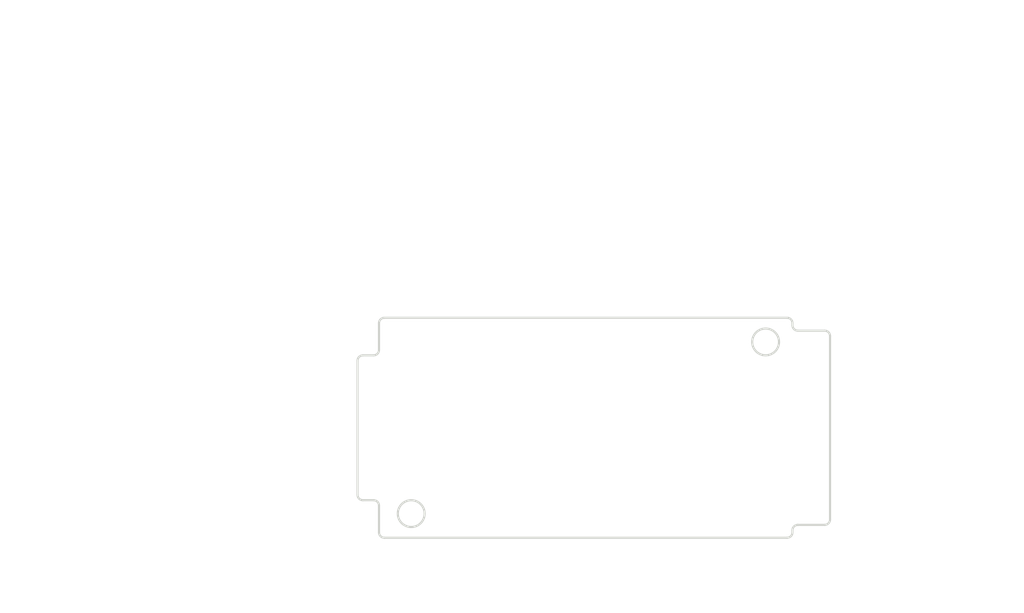
<source format=kicad_pcb>
(kicad_pcb (version 20171130) (host pcbnew "(5.1.0)-1")

  (general
    (thickness 1.6)
    (drawings 86)
    (tracks 0)
    (zones 0)
    (modules 0)
    (nets 1)
  )

  (page A4)
  (layers
    (0 F.Cu signal)
    (31 B.Cu signal)
    (32 B.Adhes user)
    (33 F.Adhes user)
    (34 B.Paste user)
    (35 F.Paste user)
    (36 B.SilkS user)
    (37 F.SilkS user)
    (38 B.Mask user)
    (39 F.Mask user)
    (40 Dwgs.User user)
    (41 Cmts.User user)
    (42 Eco1.User user)
    (43 Eco2.User user)
    (44 Edge.Cuts user)
    (45 Margin user)
    (46 B.CrtYd user)
    (47 F.CrtYd user)
    (48 B.Fab user)
    (49 F.Fab user)
  )

  (setup
    (last_trace_width 0.25)
    (trace_clearance 0.2)
    (zone_clearance 0.508)
    (zone_45_only no)
    (trace_min 0.2)
    (via_size 0.8)
    (via_drill 0.4)
    (via_min_size 0.4)
    (via_min_drill 0.3)
    (uvia_size 0.3)
    (uvia_drill 0.1)
    (uvias_allowed no)
    (uvia_min_size 0.2)
    (uvia_min_drill 0.1)
    (edge_width 0.05)
    (segment_width 0.2)
    (pcb_text_width 0.3)
    (pcb_text_size 1.5 1.5)
    (mod_edge_width 0.12)
    (mod_text_size 1 1)
    (mod_text_width 0.15)
    (pad_size 1.524 1.524)
    (pad_drill 0.762)
    (pad_to_mask_clearance 0.051)
    (solder_mask_min_width 0.25)
    (aux_axis_origin 0 0)
    (visible_elements FFFFFF7F)
    (pcbplotparams
      (layerselection 0x010fc_ffffffff)
      (usegerberextensions false)
      (usegerberattributes false)
      (usegerberadvancedattributes false)
      (creategerberjobfile false)
      (excludeedgelayer true)
      (linewidth 0.152400)
      (plotframeref false)
      (viasonmask false)
      (mode 1)
      (useauxorigin false)
      (hpglpennumber 1)
      (hpglpenspeed 20)
      (hpglpendiameter 15.000000)
      (psnegative false)
      (psa4output false)
      (plotreference true)
      (plotvalue true)
      (plotinvisibletext false)
      (padsonsilk false)
      (subtractmaskfromsilk false)
      (outputformat 1)
      (mirror false)
      (drillshape 1)
      (scaleselection 1)
      (outputdirectory ""))
  )

  (net 0 "")

  (net_class Default "This is the default net class."
    (clearance 0.2)
    (trace_width 0.25)
    (via_dia 0.8)
    (via_drill 0.4)
    (uvia_dia 0.3)
    (uvia_drill 0.1)
  )

  (gr_circle (center 130.934012 115.480606) (end 132.184012 115.480606) (layer Edge.Cuts) (width 0.2))
  (gr_circle (center 163.934012 99.480606) (end 165.184012 99.480606) (layer Edge.Cuts) (width 0.2))
  (gr_line (start 166.434012 97.930606) (end 166.434012 97.730606) (layer Edge.Cuts) (width 0.2))
  (gr_line (start 169.434012 98.430606) (end 166.934012 98.430606) (layer Edge.Cuts) (width 0.2))
  (gr_line (start 166.934012 116.530606) (end 169.434012 116.530606) (layer Edge.Cuts) (width 0.2))
  (gr_line (start 166.434012 117.230606) (end 166.434012 117.030606) (layer Edge.Cuts) (width 0.2))
  (gr_line (start 127.934012 114.730606) (end 127.934012 117.230606) (layer Edge.Cuts) (width 0.2))
  (gr_line (start 126.434012 114.230606) (end 127.434012 114.230606) (layer Edge.Cuts) (width 0.2))
  (gr_line (start 127.434012 100.730606) (end 126.434012 100.730606) (layer Edge.Cuts) (width 0.2))
  (gr_line (start 127.934012 97.730606) (end 127.934012 100.230606) (layer Edge.Cuts) (width 0.2))
  (gr_line (start 169.934012 116.030606) (end 169.934012 98.930606) (layer Edge.Cuts) (width 0.2))
  (gr_line (start 128.434012 117.730606) (end 165.934012 117.730606) (layer Edge.Cuts) (width 0.2))
  (gr_line (start 125.934012 101.230606) (end 125.934012 113.730606) (layer Edge.Cuts) (width 0.2))
  (gr_line (start 165.934012 97.230606) (end 128.434012 97.230606) (layer Edge.Cuts) (width 0.2))
  (gr_arc (start 165.934012 97.730606) (end 166.434012 97.730606) (angle -90) (layer Edge.Cuts) (width 0.2))
  (gr_arc (start 166.934012 97.930606) (end 166.434012 97.930606) (angle -90) (layer Edge.Cuts) (width 0.2))
  (gr_arc (start 169.434012 98.930606) (end 169.934012 98.930606) (angle -90) (layer Edge.Cuts) (width 0.2))
  (gr_arc (start 169.434012 116.030606) (end 169.434012 116.530606) (angle -90) (layer Edge.Cuts) (width 0.2))
  (gr_arc (start 166.934012 117.030606) (end 166.934012 116.530606) (angle -90) (layer Edge.Cuts) (width 0.2))
  (gr_arc (start 165.934012 117.230606) (end 165.934012 117.730606) (angle -90) (layer Edge.Cuts) (width 0.2))
  (gr_arc (start 128.434012 117.230606) (end 127.934012 117.230606) (angle -90) (layer Edge.Cuts) (width 0.2))
  (gr_arc (start 127.434012 114.730606) (end 127.934012 114.730606) (angle -90) (layer Edge.Cuts) (width 0.2))
  (gr_arc (start 126.434012 113.730606) (end 125.934012 113.730606) (angle -90) (layer Edge.Cuts) (width 0.2))
  (gr_arc (start 126.434012 101.230606) (end 126.434012 100.730606) (angle -90) (layer Edge.Cuts) (width 0.2))
  (gr_arc (start 127.434012 100.230606) (end 127.434012 100.730606) (angle -90) (layer Edge.Cuts) (width 0.2))
  (gr_arc (start 128.434012 97.730606) (end 128.434012 97.230606) (angle -90) (layer Edge.Cuts) (width 0.2))
  (gr_text [.20] (at 138.318221 93.742236) (layer Dwgs.User)
    (effects (font (size 1.7 1.53) (thickness 0.2125)))
  )
  (gr_text " 5.00" (at 138.318221 90.184801) (layer Dwgs.User)
    (effects (font (size 1.7 1.53) (thickness 0.2125)))
  )
  (gr_line (start 132.934012 91.852775) (end 134.934012 91.852775) (layer Dwgs.User) (width 0.2))
  (gr_line (start 123.934012 91.852775) (end 121.934012 91.852775) (layer Dwgs.User) (width 0.2))
  (gr_line (start 130.934012 114.480606) (end 130.934012 88.677775) (layer Dwgs.User) (width 0.2))
  (gr_line (start 125.934012 100.230606) (end 125.934012 88.677775) (layer Dwgs.User) (width 0.2))
  (gr_line (start 130.934012 115.570606) (end 130.934012 115.390606) (layer Dwgs.User) (width 0.2))
  (gr_line (start 130.844012 115.480606) (end 131.024012 115.480606) (layer Dwgs.User) (width 0.2))
  (gr_text " ∅2.50\n[∅0.10]" (at 142.539235 122.010097) (layer Dwgs.User)
    (effects (font (size 1.7 1.53) (thickness 0.2125)))
  )
  (gr_line (start 136.002366 122.010097) (end 132.926834 118.047932) (layer Dwgs.User) (width 0.2))
  (gr_line (start 138.002366 122.010097) (end 136.002366 122.010097) (layer Dwgs.User) (width 0.2))
  (gr_text [.09] (at 114.25983 92.837399) (layer Dwgs.User)
    (effects (font (size 1.7 1.53) (thickness 0.2125)))
  )
  (gr_text " 2.25" (at 114.25983 89.279963) (layer Dwgs.User)
    (effects (font (size 1.7 1.53) (thickness 0.2125)))
  )
  (gr_line (start 108.866344 90.947938) (end 110.866344 90.947938) (layer Dwgs.User) (width 0.2))
  (gr_line (start 108.866344 95.230606) (end 108.866344 90.947938) (layer Dwgs.User) (width 0.2))
  (gr_line (start 108.866344 101.480606) (end 108.866344 103.480606) (layer Dwgs.User) (width 0.2))
  (gr_line (start 162.934012 99.480606) (end 105.691344 99.480606) (layer Dwgs.User) (width 0.2))
  (gr_line (start 127.434012 97.230606) (end 105.691344 97.230606) (layer Dwgs.User) (width 0.2))
  (gr_text [.63] (at 96.669943 107.351622) (layer Dwgs.User)
    (effects (font (size 1.7 1.53) (thickness 0.2125)))
  )
  (gr_text " 16.00" (at 96.669943 103.794187) (layer Dwgs.User)
    (effects (font (size 1.7 1.53) (thickness 0.2125)))
  )
  (gr_line (start 96.669943 113.480606) (end 96.669943 109.019596) (layer Dwgs.User) (width 0.2))
  (gr_line (start 96.669943 101.480606) (end 96.669943 101.904726) (layer Dwgs.User) (width 0.2))
  (gr_line (start 129.934012 115.480606) (end 93.494943 115.480606) (layer Dwgs.User) (width 0.2))
  (gr_line (start 162.934012 99.480606) (end 93.494943 99.480606) (layer Dwgs.User) (width 0.2))
  (gr_text [1.30] (at 154.934012 84.693859) (layer Dwgs.User)
    (effects (font (size 1.7 1.53) (thickness 0.2125)))
  )
  (gr_text " 33.00" (at 154.934012 81.135844) (layer Dwgs.User)
    (effects (font (size 1.7 1.53) (thickness 0.2125)))
  )
  (gr_line (start 132.934012 82.804398) (end 150.889401 82.804398) (layer Dwgs.User) (width 0.2))
  (gr_line (start 161.934012 82.804398) (end 158.978623 82.804398) (layer Dwgs.User) (width 0.2))
  (gr_line (start 130.934012 114.480606) (end 130.934012 79.629398) (layer Dwgs.User) (width 0.2))
  (gr_line (start 163.934012 98.480606) (end 163.934012 79.629398) (layer Dwgs.User) (width 0.2))
  (gr_text [.53] (at 107.302581 108.601622) (layer Dwgs.User)
    (effects (font (size 1.7 1.53) (thickness 0.2125)))
  )
  (gr_text " 13.50" (at 107.302581 105.043607) (layer Dwgs.User)
    (effects (font (size 1.7 1.53) (thickness 0.2125)))
  )
  (gr_line (start 107.302581 112.230606) (end 107.302581 110.270176) (layer Dwgs.User) (width 0.2))
  (gr_line (start 107.302581 102.730606) (end 107.302581 103.154146) (layer Dwgs.User) (width 0.2))
  (gr_line (start 125.434012 114.230606) (end 104.127581 114.230606) (layer Dwgs.User) (width 0.2))
  (gr_line (start 125.434012 100.730606) (end 104.127581 100.730606) (layer Dwgs.User) (width 0.2))
  (gr_text [.71] (at 175.667769 106.870067) (layer Dwgs.User)
    (effects (font (size 1.7 1.53) (thickness 0.2125)))
  )
  (gr_text " 18.10" (at 175.667769 103.312632) (layer Dwgs.User)
    (effects (font (size 1.7 1.53) (thickness 0.2125)))
  )
  (gr_line (start 175.667769 114.530606) (end 175.667769 108.538041) (layer Dwgs.User) (width 0.2))
  (gr_line (start 175.667769 100.430606) (end 175.667769 101.423171) (layer Dwgs.User) (width 0.2))
  (gr_line (start 170.434012 116.530606) (end 178.842769 116.530606) (layer Dwgs.User) (width 0.2))
  (gr_line (start 170.434012 98.430606) (end 178.842769 98.430606) (layer Dwgs.User) (width 0.2))
  (gr_text [.81] (at 183.988868 106.870067) (layer Dwgs.User)
    (effects (font (size 1.7 1.53) (thickness 0.2125)))
  )
  (gr_text " 20.50" (at 183.988868 103.312632) (layer Dwgs.User)
    (effects (font (size 1.7 1.53) (thickness 0.2125)))
  )
  (gr_line (start 183.988868 115.730606) (end 183.988868 108.538041) (layer Dwgs.User) (width 0.2))
  (gr_line (start 183.988868 99.230606) (end 183.988868 101.423171) (layer Dwgs.User) (width 0.2))
  (gr_line (start 166.934012 117.730606) (end 187.163868 117.730606) (layer Dwgs.User) (width 0.2))
  (gr_line (start 166.934012 97.230606) (end 187.163868 97.230606) (layer Dwgs.User) (width 0.2))
  (gr_text [1.52] (at 151.211985 78.359995) (layer Dwgs.User)
    (effects (font (size 1.7 1.53) (thickness 0.2125)))
  )
  (gr_text " 38.50" (at 151.211985 74.80198) (layer Dwgs.User)
    (effects (font (size 1.7 1.53) (thickness 0.2125)))
  )
  (gr_line (start 129.934012 76.470534) (end 147.167374 76.470534) (layer Dwgs.User) (width 0.2))
  (gr_line (start 164.434012 76.470534) (end 155.256596 76.470534) (layer Dwgs.User) (width 0.2))
  (gr_line (start 127.934012 96.730606) (end 127.934012 73.295534) (layer Dwgs.User) (width 0.2))
  (gr_line (start 166.434012 96.730606) (end 166.434012 73.295534) (layer Dwgs.User) (width 0.2))
  (gr_text [1.73] (at 160.505092 72.780163) (layer Dwgs.User)
    (effects (font (size 1.7 1.53) (thickness 0.2125)))
  )
  (gr_text " 44.00" (at 160.505092 69.222727) (layer Dwgs.User)
    (effects (font (size 1.7 1.53) (thickness 0.2125)))
  )
  (gr_line (start 127.934012 70.890702) (end 156.460481 70.890702) (layer Dwgs.User) (width 0.2))
  (gr_line (start 167.934012 70.890702) (end 164.549703 70.890702) (layer Dwgs.User) (width 0.2))
  (gr_line (start 125.934012 100.230606) (end 125.934012 67.715702) (layer Dwgs.User) (width 0.2))
  (gr_line (start 169.934012 97.930606) (end 169.934012 67.715702) (layer Dwgs.User) (width 0.2))

)

</source>
